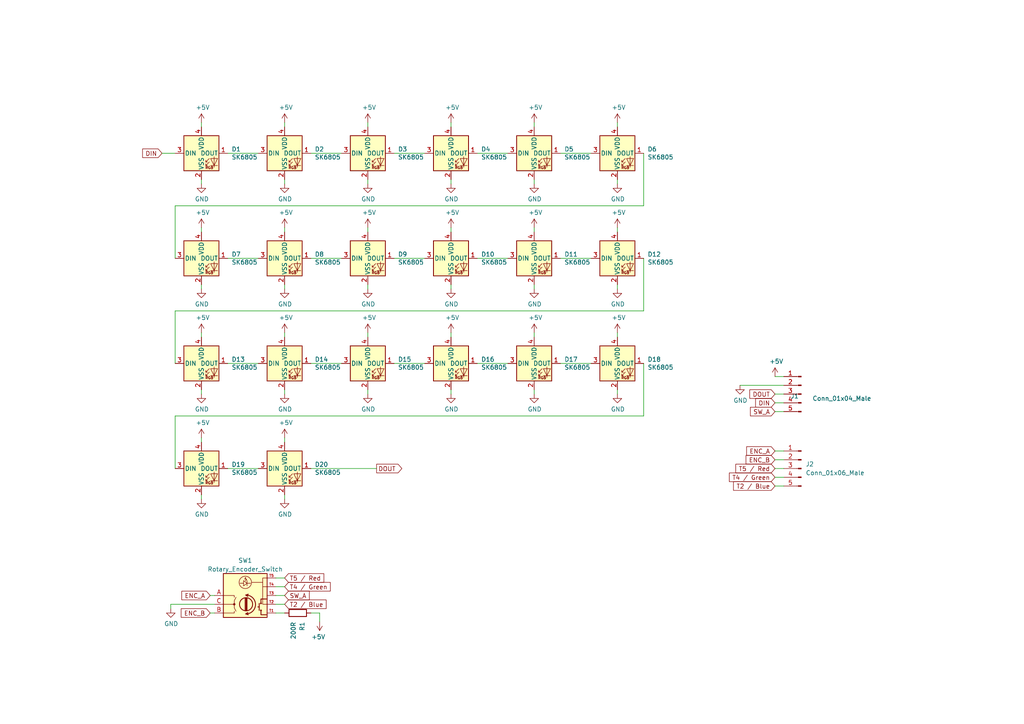
<source format=kicad_sch>
(kicad_sch (version 20211123) (generator eeschema)
  (paper "A4")
  (lib_symbols
    (symbol "Connector:Conn_01x05_Male" (pin_names (offset 1.016) hide)
      (property "Reference" "J" (at 0 7.62 0))
      (property "Value" "Conn_01x05_Male" (at 0 -7.62 0))
      (symbol "Conn_01x05_Male_1_1"
        (polyline (pts (xy 1.27 -5.08) (xy 0.8636 -5.08)) (stroke (width 0.1524)))
        (polyline (pts (xy 1.27 -2.54) (xy 0.8636 -2.54)) (stroke (width 0.1524)))
        (polyline (pts (xy 1.27 0) (xy 0.8636 0)) (stroke (width 0.1524)))
        (polyline (pts (xy 1.27 2.54) (xy 0.8636 2.54)) (stroke (width 0.1524)))
        (polyline (pts (xy 1.27 5.08) (xy 0.8636 5.08)) (stroke (width 0.1524)))
        (rectangle (start 0.8636 -4.953) (end 0 -5.207) (stroke (width 0.1524)) (fill (type outline)))
        (rectangle (start 0.8636 -2.413) (end 0 -2.667) (stroke (width 0.1524)) (fill (type outline)))
        (rectangle (start 0.8636 0.127) (end 0 -0.127) (stroke (width 0.1524)) (fill (type outline)))
        (rectangle (start 0.8636 2.667) (end 0 2.413) (stroke (width 0.1524)) (fill (type outline)))
        (rectangle (start 0.8636 5.207) (end 0 4.953) (stroke (width 0.1524)) (fill (type outline)))
        (pin passive line (at 5.08 5.08 180) (length 3.81) (name "Pin_1") (number "1"))
        (pin passive line (at 5.08 2.54 180) (length 3.81) (name "Pin_2") (number "2"))
        (pin passive line (at 5.08 0 180) (length 3.81) (name "Pin_3") (number "3"))
        (pin passive line (at 5.08 -2.54 180) (length 3.81) (name "Pin_4") (number "4"))
        (pin passive line (at 5.08 -5.08 180) (length 3.81) (name "Pin_5") (number "5"))
      )
    )
    (symbol "Device:R" (pin_numbers hide) (pin_names (offset 0))
      (property "Reference" "R" (at 2.032 0 90))
      (property "Value" "R" (at 0 0 90))
      (symbol "R_0_1"
        (rectangle (start -1.016 -2.54) (end 1.016 2.54) (stroke (width 0.254)))
      )
      (symbol "R_1_1"
        (pin passive line (at 0 3.81 270) (length 1.27) (name "~") (number "1"))
        (pin passive line (at 0 -3.81 90) (length 1.27) (name "~") (number "2"))
      )
    )
    (symbol "LED:SK6805" (pin_names (offset 0.254))
      (property "Reference" "D" (at 5.08 5.715 0))
      (property "Value" "SK6805" (at 1.27 -5.715 0))
      (symbol "SK6805_0_0"
        (text "RGB" (at 2.286 -4.191 0) (effects (font (size 0.762 0.762))))
      )
      (symbol "SK6805_0_1"
        (polyline (pts (xy 1.27 -3.556) (xy 1.778 -3.556)))
        (polyline (pts (xy 1.27 -2.54) (xy 1.778 -2.54)))
        (polyline (pts (xy 4.699 -3.556) (xy 2.667 -3.556)))
        (polyline (pts (xy 2.286 -2.54) (xy 1.27 -3.556) (xy 1.27 -3.048)))
        (polyline (pts (xy 2.286 -1.524) (xy 1.27 -2.54) (xy 1.27 -2.032)))
        (polyline (pts (xy 3.683 -1.016) (xy 3.683 -3.556) (xy 3.683 -4.064)))
        (polyline (pts (xy 4.699 -1.524) (xy 2.667 -1.524) (xy 3.683 -3.556) (xy 4.699 -1.524)))
        (rectangle (start 5.08 5.08) (end -5.08 -5.08) (stroke (width 0.254)) (fill (type background)))
      )
      (symbol "SK6805_1_1"
        (pin output line (at 7.62 0 180) (length 2.54) (name "DOUT") (number "1"))
        (pin power_in line (at 0 -7.62 90) (length 2.54) (name "VSS") (number "2"))
        (pin input line (at -7.62 0 0) (length 2.54) (name "DIN") (number "3"))
        (pin power_in line (at 0 7.62 270) (length 2.54) (name "VDD") (number "4"))
      )
    )
    (symbol "Rotary_Encoder:RotaryEncoder_Switch_LED" (pin_names (offset 0.254) hide)
      (property "Reference" "SW" (at 0 10.16 0))
      (property "Value" "RotaryEncoder_Switch_LED" (at 1.27 -6.604 0))
      (symbol "RotaryEncoder_Switch_LED_0_1"
        (rectangle (start -6.35 7.62) (end 6.35 -5.08) (stroke (width 0.254)) (fill (type background)))
        (circle (center -3.175 -1.27) (radius 0.254) (fill (type outline)))
        (polyline (pts (xy -0.4826 4.826) (xy -1.4986 4.826)))
        (polyline (pts (xy 0 -3.048) (xy 0 0.508)) (stroke (width 0.254)))
        (polyline (pts (xy 0.254 -3.048) (xy 0.254 0.508)) (stroke (width 0.254)))
        (polyline (pts (xy 0.508 0.508) (xy 0.508 -3.048)) (stroke (width 0.254)))
        (polyline (pts (xy 0.5334 4.826) (xy 1.5494 4.826)))
        (polyline (pts (xy 0.5334 5.588) (xy 0.5334 4.064)))
        (polyline (pts (xy 4.064 -2.032) (xy 3.683 -2.032)) (stroke (width 0.254)))
        (polyline (pts (xy 4.064 -1.016) (xy 4.064 -3.048)) (stroke (width 0.254)))
        (polyline (pts (xy 5.08 5.08) (xy 1.905 5.08)))
        (polyline (pts (xy -6.35 -3.81) (xy -3.175 -3.81) (xy -3.175 -3.302)))
        (polyline (pts (xy -6.35 1.27) (xy -3.175 1.27) (xy -3.175 0.762)))
        (polyline (pts (xy 0.889 -4.318) (xy 0.127 -4.064) (xy 0.762 -3.683)) (stroke (width 0.254)))
        (polyline (pts (xy 0.889 1.651) (xy 0.127 1.397) (xy 0.762 1.016)) (stroke (width 0.254)))
        (polyline (pts (xy 6.35 -4.318) (xy 4.572 -4.318) (xy 4.572 -3.048)) (stroke (width 0.254)))
        (polyline (pts (xy 6.35 0.254) (xy 4.572 0.254) (xy 4.572 -1.016)) (stroke (width 0.254)))
        (polyline (pts (xy -6.35 -1.27) (xy -3.175 -1.27) (xy -3.175 -2.286) (xy -2.667 -3.302)))
        (polyline (pts (xy -3.683 -1.27) (xy -3.175 -1.27) (xy -3.175 -0.254) (xy -2.667 0.762)))
        (polyline (pts (xy -0.4826 5.588) (xy -0.4826 4.064) (xy 0.5334 4.826) (xy -0.4826 5.588) (xy -0.4826 4.064)))
        (polyline (pts (xy -0.1778 5.9944) (xy 0.1778 6.4516) (xy -0.0762 6.4008) (xy 0.1778 6.4516) (xy 0.1778 6.1976)))
        (polyline (pts (xy 0.0254 5.5372) (xy 0.381 5.9944) (xy 0.127 5.9436) (xy 0.381 5.9944) (xy 0.381 5.7404)))
        (polyline (pts (xy 6.35 6.35) (xy 5.08 6.35) (xy 5.08 3.81) (xy 6.35 3.81) (xy 5.08 3.81) (xy 5.08 -1.27) (xy 6.35 -1.27) (xy 5.08 -1.27) (xy 5.08 5.08)))
        (circle (center 0.0254 5.08) (radius 1.7961))
        (arc (start 0.254 -4.064) (mid 2.9972 -1.3335) (end 0.254 1.397) (stroke (width 0.254)))
        (circle (center 0.254 -1.27) (radius 1.905) (stroke (width 0.254)))
        (circle (center 4.572 -3.048) (radius 0.127) (stroke (width 0.254)))
        (circle (center 4.572 -1.016) (radius 0.127) (stroke (width 0.254)))
      )
      (symbol "RotaryEncoder_Switch_LED_1_1"
        (pin passive line (at -8.89 1.27 0) (length 2.54) (name "A") (number "A"))
        (pin passive line (at -8.89 -3.81 0) (length 2.54) (name "B") (number "B"))
        (pin passive line (at -8.89 -1.27 0) (length 2.54) (name "C") (number "C"))
        (pin power_in line (at 8.89 -3.81 180) (length 2.54) (name "T1/COM") (number "T1"))
        (pin passive line (at 8.89 -1.27 180) (length 2.54) (name "T2") (number "T2"))
        (pin passive line (at 8.89 1.27 180) (length 2.54) (name "T3/SW") (number "T3"))
        (pin passive line (at 8.89 3.81 180) (length 2.54) (name "T4") (number "T4"))
        (pin passive line (at 8.89 6.35 180) (length 2.54) (name "T5") (number "T5"))
      )
    )
    (symbol "power:+5V" (power) (pin_names (offset 0))
      (property "Value" "+5V" (at 0 3.556 0))
      (symbol "+5V_0_1"
        (polyline (pts (xy -0.762 1.27) (xy 0 2.54)))
        (polyline (pts (xy 0 0) (xy 0 2.54)))
        (polyline (pts (xy 0 2.54) (xy 0.762 1.27)))
      )
      (symbol "+5V_1_1"
        (pin power_in line (at 0 0 90) (length 0) hide (name "+5V") (number "1"))
      )
    )
    (symbol "power:GND" (power) (pin_names (offset 0))
      (property "Value" "GND" (at 0 -3.81 0))
      (symbol "GND_0_1"
        (polyline (pts (xy 0 0) (xy 0 -1.27) (xy 1.27 -1.27) (xy 0 -2.54) (xy -1.27 -1.27) (xy 0 -1.27)))
      )
      (symbol "GND_1_1"
        (pin power_in line (at 0 0 270) (length 0) hide (name "GND") (number "1"))
      )
    )
  )
  (wire (pts (xy 99.06 105.41) (xy 90.17 105.41)))
  (wire (pts (xy 186.69 90.17) (xy 50.8 90.17)))
  (wire (pts (xy 58.42 113.03) (xy 58.42 114.3)))
  (wire (pts (xy 82.55 143.51) (xy 82.55 144.78)))
  (wire (pts (xy 106.68 52.07) (xy 106.68 53.34)))
  (wire (pts (xy 186.69 44.45) (xy 186.69 59.69)))
  (wire (pts (xy 50.8 59.69) (xy 50.8 74.93)))
  (wire (pts (xy 58.42 127) (xy 58.42 128.27)))
  (wire (pts (xy 130.81 82.55) (xy 130.81 83.82)))
  (wire (pts (xy 80.01 170.18) (xy 82.55 170.18)))
  (wire (pts (xy 227.33 119.38) (xy 224.79 119.38)))
  (wire (pts (xy 106.68 35.56) (xy 106.68 36.83)))
  (wire (pts (xy 154.94 113.03) (xy 154.94 114.3)))
  (wire (pts (xy 106.68 82.55) (xy 106.68 83.82)))
  (wire (pts (xy 224.79 140.97) (xy 227.33 140.97)))
  (wire (pts (xy 147.32 105.41) (xy 138.43 105.41)))
  (wire (pts (xy 186.69 105.41) (xy 186.69 120.65)))
  (wire (pts (xy 82.55 35.56) (xy 82.55 36.83)))
  (wire (pts (xy 179.07 96.52) (xy 179.07 97.79)))
  (wire (pts (xy 74.93 74.93) (xy 66.04 74.93)))
  (wire (pts (xy 171.45 74.93) (xy 162.56 74.93)))
  (wire (pts (xy 92.71 177.8) (xy 92.71 180.34)))
  (wire (pts (xy 214.63 111.76) (xy 227.33 111.76)))
  (wire (pts (xy 154.94 66.04) (xy 154.94 67.31)))
  (wire (pts (xy 130.81 66.04) (xy 130.81 67.31)))
  (wire (pts (xy 82.55 66.04) (xy 82.55 67.31)))
  (wire (pts (xy 58.42 143.51) (xy 58.42 144.78)))
  (wire (pts (xy 80.01 177.8) (xy 82.55 177.8)))
  (wire (pts (xy 224.79 114.3) (xy 227.33 114.3)))
  (wire (pts (xy 106.68 96.52) (xy 106.68 97.79)))
  (wire (pts (xy 99.06 74.93) (xy 90.17 74.93)))
  (wire (pts (xy 58.42 82.55) (xy 58.42 83.82)))
  (wire (pts (xy 186.69 74.93) (xy 186.69 90.17)))
  (wire (pts (xy 90.17 177.8) (xy 92.71 177.8)))
  (wire (pts (xy 179.07 35.56) (xy 179.07 36.83)))
  (wire (pts (xy 130.81 52.07) (xy 130.81 53.34)))
  (wire (pts (xy 82.55 52.07) (xy 82.55 53.34)))
  (wire (pts (xy 171.45 44.45) (xy 162.56 44.45)))
  (wire (pts (xy 154.94 96.52) (xy 154.94 97.79)))
  (wire (pts (xy 179.07 113.03) (xy 179.07 114.3)))
  (wire (pts (xy 58.42 66.04) (xy 58.42 67.31)))
  (wire (pts (xy 99.06 44.45) (xy 90.17 44.45)))
  (wire (pts (xy 179.07 52.07) (xy 179.07 53.34)))
  (wire (pts (xy 50.8 120.65) (xy 50.8 135.89)))
  (wire (pts (xy 74.93 105.41) (xy 66.04 105.41)))
  (wire (pts (xy 58.42 35.56) (xy 58.42 36.83)))
  (wire (pts (xy 49.53 175.26) (xy 62.23 175.26)))
  (wire (pts (xy 60.96 172.72) (xy 62.23 172.72)))
  (wire (pts (xy 82.55 113.03) (xy 82.55 114.3)))
  (wire (pts (xy 49.53 176.53) (xy 49.53 175.26)))
  (wire (pts (xy 106.68 66.04) (xy 106.68 67.31)))
  (wire (pts (xy 130.81 35.56) (xy 130.81 36.83)))
  (wire (pts (xy 224.79 109.22) (xy 227.33 109.22)))
  (wire (pts (xy 82.55 127) (xy 82.55 128.27)))
  (wire (pts (xy 50.8 90.17) (xy 50.8 105.41)))
  (wire (pts (xy 58.42 52.07) (xy 58.42 53.34)))
  (wire (pts (xy 60.96 177.8) (xy 62.23 177.8)))
  (wire (pts (xy 130.81 96.52) (xy 130.81 97.79)))
  (wire (pts (xy 74.93 135.89) (xy 66.04 135.89)))
  (wire (pts (xy 224.79 130.81) (xy 227.33 130.81)))
  (wire (pts (xy 90.17 135.89) (xy 109.22 135.89)))
  (wire (pts (xy 106.68 113.03) (xy 106.68 114.3)))
  (wire (pts (xy 147.32 74.93) (xy 138.43 74.93)))
  (wire (pts (xy 123.19 74.93) (xy 114.3 74.93)))
  (wire (pts (xy 58.42 96.52) (xy 58.42 97.79)))
  (wire (pts (xy 154.94 82.55) (xy 154.94 83.82)))
  (wire (pts (xy 224.79 135.89) (xy 227.33 135.89)))
  (wire (pts (xy 82.55 82.55) (xy 82.55 83.82)))
  (wire (pts (xy 123.19 44.45) (xy 114.3 44.45)))
  (wire (pts (xy 80.01 172.72) (xy 82.55 172.72)))
  (wire (pts (xy 147.32 44.45) (xy 138.43 44.45)))
  (wire (pts (xy 46.99 44.45) (xy 50.8 44.45)))
  (wire (pts (xy 179.07 82.55) (xy 179.07 83.82)))
  (wire (pts (xy 186.69 59.69) (xy 50.8 59.69)))
  (wire (pts (xy 80.01 167.64) (xy 82.55 167.64)))
  (wire (pts (xy 186.69 120.65) (xy 50.8 120.65)))
  (wire (pts (xy 224.79 116.84) (xy 227.33 116.84)))
  (wire (pts (xy 154.94 35.56) (xy 154.94 36.83)))
  (wire (pts (xy 224.79 138.43) (xy 227.33 138.43)))
  (wire (pts (xy 179.07 66.04) (xy 179.07 67.31)))
  (wire (pts (xy 74.93 44.45) (xy 66.04 44.45)))
  (wire (pts (xy 154.94 52.07) (xy 154.94 53.34)))
  (wire (pts (xy 130.81 113.03) (xy 130.81 114.3)))
  (wire (pts (xy 82.55 96.52) (xy 82.55 97.79)))
  (wire (pts (xy 80.01 175.26) (xy 82.55 175.26)))
  (wire (pts (xy 171.45 105.41) (xy 162.56 105.41)))
  (wire (pts (xy 123.19 105.41) (xy 114.3 105.41)))
  (wire (pts (xy 224.79 133.35) (xy 227.33 133.35)))
  (global_label "DIN" (shape input) (at 46.99 44.45 180) (property "Intersheet References" "${INTERSHEET_REFS}" (effects hide)))
  (global_label "DOUT" (shape output) (at 109.22 135.89 0) (property "Intersheet References" "${INTERSHEET_REFS}" (effects hide)))
  (global_label "T2 {slash} Blue" (shape input) (at 224.79 140.97 180) (property "Intersheet References" "${INTERSHEET_REFS}" (effects hide)))
  (global_label "T4 {slash} Green" (shape input) (at 82.55 170.18 0) (property "Intersheet References" "${INTERSHEET_REFS}" (effects hide)))
  (global_label "SW_A" (shape input) (at 82.55 172.72 0) (property "Intersheet References" "${INTERSHEET_REFS}" (effects hide)))
  (global_label "ENC_A" (shape input) (at 60.96 172.72 180) (property "Intersheet References" "${INTERSHEET_REFS}" (effects hide)))
  (global_label "T5 {slash} Red" (shape input) (at 82.55 167.64 0) (property "Intersheet References" "${INTERSHEET_REFS}" (effects hide)))
  (global_label "ENC_B" (shape input) (at 224.79 133.35 180) (property "Intersheet References" "${INTERSHEET_REFS}" (effects hide)))
  (global_label "T4 {slash} Green" (shape input) (at 224.79 138.43 180) (property "Intersheet References" "${INTERSHEET_REFS}" (effects hide)))
  (global_label "T2 {slash} Blue" (shape input) (at 82.55 175.26 0) (property "Intersheet References" "${INTERSHEET_REFS}" (effects hide)))
  (global_label "DIN" (shape input) (at 224.79 116.84 180) (property "Intersheet References" "${INTERSHEET_REFS}" (effects hide)))
  (global_label "ENC_A" (shape input) (at 224.79 130.81 180) (property "Intersheet References" "${INTERSHEET_REFS}" (effects hide)))
  (global_label "ENC_B" (shape input) (at 60.96 177.8 180) (property "Intersheet References" "${INTERSHEET_REFS}" (effects hide)))
  (global_label "T5 {slash} Red" (shape input) (at 224.79 135.89 180) (property "Intersheet References" "${INTERSHEET_REFS}" (effects hide)))
  (global_label "DOUT" (shape input) (at 224.79 114.3 180) (property "Intersheet References" "${INTERSHEET_REFS}" (effects hide)))
  (global_label "SW_A" (shape input) (at 224.79 119.38 180) (property "Intersheet References" "${INTERSHEET_REFS}" (effects hide)))
  (symbol (lib_id "Rotary_Encoder:RotaryEncoder_Switch_LED") (at 71.12 173.99 0) (unit 1)
    (property "Reference" "SW1" (at 71.12 162.56 0))
    (property "Value" "Rotary_Encoder_Switch" (at 71.12 165.1 0))
    (property "Footprint" "Andys-Footprints:LED_RotaryEncoder_Alps_EC12E-Switch_Vertical_H20mm" (effects hide))
  )
  (symbol (lib_id "LED:SK6805") (at 58.42 44.45 0) (unit 1)
    (property "Reference" "D1" (at 67.1576 43.2816 0) (effects (justify left)))
    (property "Value" "SK6805" (at 67.1576 45.593 0) (effects (justify left)))
    (property "Footprint" "LED_SMD:LED_SK6805_PLCC4_2.4x2.7mm_P1.3mm" (effects hide))
    (property "Datasheet" "https://cdn-shop.adafruit.com/product-files/3484/3484_Datasheet.pdf" (effects hide))
  )
  (symbol (lib_id "LED:SK6805") (at 82.55 44.45 0) (unit 1)
    (property "Reference" "D2" (at 91.2876 43.2816 0) (effects (justify left)))
    (property "Value" "SK6805" (at 91.2876 45.593 0) (effects (justify left)))
    (property "Footprint" "LED_SMD:LED_SK6805_PLCC4_2.4x2.7mm_P1.3mm" (effects hide))
    (property "Datasheet" "https://cdn-shop.adafruit.com/product-files/3484/3484_Datasheet.pdf" (effects hide))
  )
  (symbol (lib_id "LED:SK6805") (at 106.68 44.45 0) (unit 1)
    (property "Reference" "D3" (at 115.4176 43.2816 0) (effects (justify left)))
    (property "Value" "SK6805" (at 115.4176 45.593 0) (effects (justify left)))
    (property "Footprint" "LED_SMD:LED_SK6805_PLCC4_2.4x2.7mm_P1.3mm" (effects hide))
    (property "Datasheet" "https://cdn-shop.adafruit.com/product-files/3484/3484_Datasheet.pdf" (effects hide))
  )
  (symbol (lib_id "LED:SK6805") (at 130.81 44.45 0) (unit 1)
    (property "Reference" "D4" (at 139.5476 43.2816 0) (effects (justify left)))
    (property "Value" "SK6805" (at 139.5476 45.593 0) (effects (justify left)))
    (property "Footprint" "LED_SMD:LED_SK6805_PLCC4_2.4x2.7mm_P1.3mm" (effects hide))
    (property "Datasheet" "https://cdn-shop.adafruit.com/product-files/3484/3484_Datasheet.pdf" (effects hide))
  )
  (symbol (lib_id "LED:SK6805") (at 154.94 44.45 0) (unit 1)
    (property "Reference" "D5" (at 163.6776 43.2816 0) (effects (justify left)))
    (property "Value" "SK6805" (at 163.6776 45.593 0) (effects (justify left)))
    (property "Footprint" "LED_SMD:LED_SK6805_PLCC4_2.4x2.7mm_P1.3mm" (effects hide))
    (property "Datasheet" "https://cdn-shop.adafruit.com/product-files/3484/3484_Datasheet.pdf" (effects hide))
  )
  (symbol (lib_id "LED:SK6805") (at 179.07 44.45 0) (unit 1)
    (property "Reference" "D6" (at 187.8076 43.2816 0) (effects (justify left)))
    (property "Value" "SK6805" (at 187.8076 45.593 0) (effects (justify left)))
    (property "Footprint" "LED_SMD:LED_SK6805_PLCC4_2.4x2.7mm_P1.3mm" (effects hide))
    (property "Datasheet" "https://cdn-shop.adafruit.com/product-files/3484/3484_Datasheet.pdf" (effects hide))
  )
  (symbol (lib_id "power:GND") (at 58.42 53.34 0) (unit 1)
    (property "Reference" "#PWR07" (effects hide))
    (property "Value" "GND" (at 58.547 57.7342 0))
  )
  (symbol (lib_id "power:GND") (at 82.55 53.34 0) (unit 1)
    (property "Reference" "#PWR08" (effects hide))
    (property "Value" "GND" (at 82.677 57.7342 0))
  )
  (symbol (lib_id "power:GND") (at 106.68 53.34 0) (unit 1)
    (property "Reference" "#PWR09" (effects hide))
    (property "Value" "GND" (at 106.807 57.7342 0))
  )
  (symbol (lib_id "power:GND") (at 130.81 53.34 0) (unit 1)
    (property "Reference" "#PWR010" (effects hide))
    (property "Value" "GND" (at 130.937 57.7342 0))
  )
  (symbol (lib_id "power:GND") (at 154.94 53.34 0) (unit 1)
    (property "Reference" "#PWR011" (effects hide))
    (property "Value" "GND" (at 155.067 57.7342 0))
  )
  (symbol (lib_id "power:GND") (at 179.07 53.34 0) (unit 1)
    (property "Reference" "#PWR012" (effects hide))
    (property "Value" "GND" (at 179.197 57.7342 0))
  )
  (symbol (lib_id "power:+5V") (at 58.42 35.56 0) (unit 1)
    (property "Reference" "#PWR01" (effects hide))
    (property "Value" "+5V" (at 58.801 31.1658 0))
  )
  (symbol (lib_id "power:+5V") (at 82.55 35.56 0) (unit 1)
    (property "Reference" "#PWR02" (effects hide))
    (property "Value" "+5V" (at 82.931 31.1658 0))
  )
  (symbol (lib_id "power:+5V") (at 106.68 35.56 0) (unit 1)
    (property "Reference" "#PWR03" (effects hide))
    (property "Value" "+5V" (at 107.061 31.1658 0))
  )
  (symbol (lib_id "power:+5V") (at 130.81 35.56 0) (unit 1)
    (property "Reference" "#PWR04" (effects hide))
    (property "Value" "+5V" (at 131.191 31.1658 0))
  )
  (symbol (lib_id "power:+5V") (at 154.94 35.56 0) (unit 1)
    (property "Reference" "#PWR05" (effects hide))
    (property "Value" "+5V" (at 155.321 31.1658 0))
  )
  (symbol (lib_id "power:+5V") (at 179.07 35.56 0) (unit 1)
    (property "Reference" "#PWR06" (effects hide))
    (property "Value" "+5V" (at 179.451 31.1658 0))
  )
  (symbol (lib_id "LED:SK6805") (at 58.42 74.93 0) (unit 1)
    (property "Reference" "D7" (at 67.1576 73.7616 0) (effects (justify left)))
    (property "Value" "SK6805" (at 67.1576 76.073 0) (effects (justify left)))
    (property "Footprint" "LED_SMD:LED_SK6805_PLCC4_2.4x2.7mm_P1.3mm" (effects hide))
    (property "Datasheet" "https://cdn-shop.adafruit.com/product-files/3484/3484_Datasheet.pdf" (effects hide))
  )
  (symbol (lib_id "LED:SK6805") (at 82.55 74.93 0) (unit 1)
    (property "Reference" "D8" (at 91.2876 73.7616 0) (effects (justify left)))
    (property "Value" "SK6805" (at 91.2876 76.073 0) (effects (justify left)))
    (property "Footprint" "LED_SMD:LED_SK6805_PLCC4_2.4x2.7mm_P1.3mm" (effects hide))
    (property "Datasheet" "https://cdn-shop.adafruit.com/product-files/3484/3484_Datasheet.pdf" (effects hide))
  )
  (symbol (lib_id "LED:SK6805") (at 106.68 74.93 0) (unit 1)
    (property "Reference" "D9" (at 115.4176 73.7616 0) (effects (justify left)))
    (property "Value" "SK6805" (at 115.4176 76.073 0) (effects (justify left)))
    (property "Footprint" "LED_SMD:LED_SK6805_PLCC4_2.4x2.7mm_P1.3mm" (effects hide))
    (property "Datasheet" "https://cdn-shop.adafruit.com/product-files/3484/3484_Datasheet.pdf" (effects hide))
  )
  (symbol (lib_id "LED:SK6805") (at 130.81 74.93 0) (unit 1)
    (property "Reference" "D10" (at 139.5476 73.7616 0) (effects (justify left)))
    (property "Value" "SK6805" (at 139.5476 76.073 0) (effects (justify left)))
    (property "Footprint" "LED_SMD:LED_SK6805_PLCC4_2.4x2.7mm_P1.3mm" (effects hide))
    (property "Datasheet" "https://cdn-shop.adafruit.com/product-files/3484/3484_Datasheet.pdf" (effects hide))
  )
  (symbol (lib_id "LED:SK6805") (at 154.94 74.93 0) (unit 1)
    (property "Reference" "D11" (at 163.6776 73.7616 0) (effects (justify left)))
    (property "Value" "SK6805" (at 163.6776 76.073 0) (effects (justify left)))
    (property "Footprint" "LED_SMD:LED_SK6805_PLCC4_2.4x2.7mm_P1.3mm" (effects hide))
    (property "Datasheet" "https://cdn-shop.adafruit.com/product-files/3484/3484_Datasheet.pdf" (effects hide))
  )
  (symbol (lib_id "LED:SK6805") (at 179.07 74.93 0) (unit 1)
    (property "Reference" "D12" (at 187.8076 73.7616 0) (effects (justify left)))
    (property "Value" "SK6805" (at 187.8076 76.073 0) (effects (justify left)))
    (property "Footprint" "LED_SMD:LED_SK6805_PLCC4_2.4x2.7mm_P1.3mm" (effects hide))
    (property "Datasheet" "https://cdn-shop.adafruit.com/product-files/3484/3484_Datasheet.pdf" (effects hide))
  )
  (symbol (lib_id "power:GND") (at 58.42 83.82 0) (unit 1)
    (property "Reference" "#PWR019" (effects hide))
    (property "Value" "GND" (at 58.547 88.2142 0))
  )
  (symbol (lib_id "power:GND") (at 82.55 83.82 0) (unit 1)
    (property "Reference" "#PWR020" (effects hide))
    (property "Value" "GND" (at 82.677 88.2142 0))
  )
  (symbol (lib_id "power:GND") (at 106.68 83.82 0) (unit 1)
    (property "Reference" "#PWR021" (effects hide))
    (property "Value" "GND" (at 106.807 88.2142 0))
  )
  (symbol (lib_id "power:GND") (at 130.81 83.82 0) (unit 1)
    (property "Reference" "#PWR022" (effects hide))
    (property "Value" "GND" (at 130.937 88.2142 0))
  )
  (symbol (lib_id "power:GND") (at 154.94 83.82 0) (unit 1)
    (property "Reference" "#PWR023" (effects hide))
    (property "Value" "GND" (at 155.067 88.2142 0))
  )
  (symbol (lib_id "power:GND") (at 179.07 83.82 0) (unit 1)
    (property "Reference" "#PWR024" (effects hide))
    (property "Value" "GND" (at 179.197 88.2142 0))
  )
  (symbol (lib_id "power:+5V") (at 58.42 66.04 0) (unit 1)
    (property "Reference" "#PWR013" (effects hide))
    (property "Value" "+5V" (at 58.801 61.6458 0))
  )
  (symbol (lib_id "power:+5V") (at 82.55 66.04 0) (unit 1)
    (property "Reference" "#PWR014" (effects hide))
    (property "Value" "+5V" (at 82.931 61.6458 0))
  )
  (symbol (lib_id "power:+5V") (at 106.68 66.04 0) (unit 1)
    (property "Reference" "#PWR015" (effects hide))
    (property "Value" "+5V" (at 107.061 61.6458 0))
  )
  (symbol (lib_id "power:+5V") (at 130.81 66.04 0) (unit 1)
    (property "Reference" "#PWR016" (effects hide))
    (property "Value" "+5V" (at 131.191 61.6458 0))
  )
  (symbol (lib_id "power:+5V") (at 154.94 66.04 0) (unit 1)
    (property "Reference" "#PWR017" (effects hide))
    (property "Value" "+5V" (at 155.321 61.6458 0))
  )
  (symbol (lib_id "power:+5V") (at 179.07 66.04 0) (unit 1)
    (property "Reference" "#PWR018" (effects hide))
    (property "Value" "+5V" (at 179.451 61.6458 0))
  )
  (symbol (lib_id "LED:SK6805") (at 58.42 105.41 0) (unit 1)
    (property "Reference" "D13" (at 67.1576 104.2416 0) (effects (justify left)))
    (property "Value" "SK6805" (at 67.1576 106.553 0) (effects (justify left)))
    (property "Footprint" "LED_SMD:LED_SK6805_PLCC4_2.4x2.7mm_P1.3mm" (effects hide))
    (property "Datasheet" "https://cdn-shop.adafruit.com/product-files/3484/3484_Datasheet.pdf" (effects hide))
  )
  (symbol (lib_id "LED:SK6805") (at 82.55 105.41 0) (unit 1)
    (property "Reference" "D14" (at 91.2876 104.2416 0) (effects (justify left)))
    (property "Value" "SK6805" (at 91.2876 106.553 0) (effects (justify left)))
    (property "Footprint" "LED_SMD:LED_SK6805_PLCC4_2.4x2.7mm_P1.3mm" (effects hide))
    (property "Datasheet" "https://cdn-shop.adafruit.com/product-files/3484/3484_Datasheet.pdf" (effects hide))
  )
  (symbol (lib_id "LED:SK6805") (at 106.68 105.41 0) (unit 1)
    (property "Reference" "D15" (at 115.4176 104.2416 0) (effects (justify left)))
    (property "Value" "SK6805" (at 115.4176 106.553 0) (effects (justify left)))
    (property "Footprint" "LED_SMD:LED_SK6805_PLCC4_2.4x2.7mm_P1.3mm" (effects hide))
    (property "Datasheet" "https://cdn-shop.adafruit.com/product-files/3484/3484_Datasheet.pdf" (effects hide))
  )
  (symbol (lib_id "LED:SK6805") (at 130.81 105.41 0) (unit 1)
    (property "Reference" "D16" (at 139.5476 104.2416 0) (effects (justify left)))
    (property "Value" "SK6805" (at 139.5476 106.553 0) (effects (justify left)))
    (property "Footprint" "LED_SMD:LED_SK6805_PLCC4_2.4x2.7mm_P1.3mm" (effects hide))
    (property "Datasheet" "https://cdn-shop.adafruit.com/product-files/3484/3484_Datasheet.pdf" (effects hide))
  )
  (symbol (lib_id "LED:SK6805") (at 154.94 105.41 0) (unit 1)
    (property "Reference" "D17" (at 163.6776 104.2416 0) (effects (justify left)))
    (property "Value" "SK6805" (at 163.6776 106.553 0) (effects (justify left)))
    (property "Footprint" "LED_SMD:LED_SK6805_PLCC4_2.4x2.7mm_P1.3mm" (effects hide))
    (property "Datasheet" "https://cdn-shop.adafruit.com/product-files/3484/3484_Datasheet.pdf" (effects hide))
  )
  (symbol (lib_id "LED:SK6805") (at 179.07 105.41 0) (unit 1)
    (property "Reference" "D18" (at 187.8076 104.2416 0) (effects (justify left)))
    (property "Value" "SK6805" (at 187.8076 106.553 0) (effects (justify left)))
    (property "Footprint" "LED_SMD:LED_SK6805_PLCC4_2.4x2.7mm_P1.3mm" (effects hide))
    (property "Datasheet" "https://cdn-shop.adafruit.com/product-files/3484/3484_Datasheet.pdf" (effects hide))
  )
  (symbol (lib_id "power:GND") (at 58.42 114.3 0) (unit 1)
    (property "Reference" "#PWR031" (effects hide))
    (property "Value" "GND" (at 58.547 118.6942 0))
  )
  (symbol (lib_id "power:GND") (at 82.55 114.3 0) (unit 1)
    (property "Reference" "#PWR032" (effects hide))
    (property "Value" "GND" (at 82.677 118.6942 0))
  )
  (symbol (lib_id "power:GND") (at 106.68 114.3 0) (unit 1)
    (property "Reference" "#PWR033" (effects hide))
    (property "Value" "GND" (at 106.807 118.6942 0))
  )
  (symbol (lib_id "power:GND") (at 130.81 114.3 0) (unit 1)
    (property "Reference" "#PWR034" (effects hide))
    (property "Value" "GND" (at 130.937 118.6942 0))
  )
  (symbol (lib_id "power:GND") (at 154.94 114.3 0) (unit 1)
    (property "Reference" "#PWR035" (effects hide))
    (property "Value" "GND" (at 155.067 118.6942 0))
  )
  (symbol (lib_id "power:GND") (at 179.07 114.3 0) (unit 1)
    (property "Reference" "#PWR036" (effects hide))
    (property "Value" "GND" (at 179.197 118.6942 0))
  )
  (symbol (lib_id "power:+5V") (at 58.42 96.52 0) (unit 1)
    (property "Reference" "#PWR025" (effects hide))
    (property "Value" "+5V" (at 58.801 92.1258 0))
  )
  (symbol (lib_id "power:+5V") (at 82.55 96.52 0) (unit 1)
    (property "Reference" "#PWR026" (effects hide))
    (property "Value" "+5V" (at 82.931 92.1258 0))
  )
  (symbol (lib_id "power:+5V") (at 106.68 96.52 0) (unit 1)
    (property "Reference" "#PWR027" (effects hide))
    (property "Value" "+5V" (at 107.061 92.1258 0))
  )
  (symbol (lib_id "power:+5V") (at 130.81 96.52 0) (unit 1)
    (property "Reference" "#PWR028" (effects hide))
    (property "Value" "+5V" (at 131.191 92.1258 0))
  )
  (symbol (lib_id "power:+5V") (at 154.94 96.52 0) (unit 1)
    (property "Reference" "#PWR029" (effects hide))
    (property "Value" "+5V" (at 155.321 92.1258 0))
  )
  (symbol (lib_id "power:+5V") (at 179.07 96.52 0) (unit 1)
    (property "Reference" "#PWR030" (effects hide))
    (property "Value" "+5V" (at 179.451 92.1258 0))
  )
  (symbol (lib_id "LED:SK6805") (at 58.42 135.89 0) (unit 1)
    (property "Reference" "D19" (at 67.1576 134.7216 0) (effects (justify left)))
    (property "Value" "SK6805" (at 67.1576 137.033 0) (effects (justify left)))
    (property "Footprint" "LED_SMD:LED_SK6805_PLCC4_2.4x2.7mm_P1.3mm" (effects hide))
    (property "Datasheet" "https://cdn-shop.adafruit.com/product-files/3484/3484_Datasheet.pdf" (effects hide))
  )
  (symbol (lib_id "LED:SK6805") (at 82.55 135.89 0) (unit 1)
    (property "Reference" "D20" (at 91.2876 134.7216 0) (effects (justify left)))
    (property "Value" "SK6805" (at 91.2876 137.033 0) (effects (justify left)))
    (property "Footprint" "LED_SMD:LED_SK6805_PLCC4_2.4x2.7mm_P1.3mm" (effects hide))
    (property "Datasheet" "https://cdn-shop.adafruit.com/product-files/3484/3484_Datasheet.pdf" (effects hide))
  )
  (symbol (lib_id "power:GND") (at 58.42 144.78 0) (unit 1)
    (property "Reference" "#PWR043" (effects hide))
    (property "Value" "GND" (at 58.547 149.1742 0))
  )
  (symbol (lib_id "power:GND") (at 82.55 144.78 0) (unit 1)
    (property "Reference" "#PWR044" (effects hide))
    (property "Value" "GND" (at 82.677 149.1742 0))
  )
  (symbol (lib_id "power:+5V") (at 58.42 127 0) (unit 1)
    (property "Reference" "#PWR037" (effects hide))
    (property "Value" "+5V" (at 58.801 122.6058 0))
  )
  (symbol (lib_id "power:+5V") (at 82.55 127 0) (unit 1)
    (property "Reference" "#PWR038" (effects hide))
    (property "Value" "+5V" (at 82.931 122.6058 0))
  )
  (symbol (lib_id "power:GND") (at 49.53 176.53 0) (unit 1)
    (property "Reference" "#PWR051" (effects hide))
    (property "Value" "GND" (at 49.657 180.9242 0))
  )
  (symbol (lib_id "Connector:Conn_01x05_Male") (at 232.41 114.3 0) (mirror y) (unit 1)
    (property "Reference" "J1" (at 231.6988 114.9096 0) (effects (justify left)))
    (property "Value" "Conn_01x04_Male" (at 252.73 115.57 0) (effects (justify left)))
    (property "Footprint" "Connector_PinHeader_2.54mm:PinHeader_1x05_P2.54mm_Vertical_SMD_Pin1Right" (effects hide))
  )
  (symbol (lib_id "power:+5V") (at 224.79 109.22 0) (unit 1)
    (property "Reference" "#PWR049" (effects hide))
    (property "Value" "+5V" (at 225.171 104.8258 0))
  )
  (symbol (lib_id "power:GND") (at 214.63 111.76 0) (unit 1)
    (property "Reference" "#PWR050" (effects hide))
    (property "Value" "GND" (at 214.757 116.1542 0))
  )
  (symbol (lib_id "Device:R") (at 86.36 177.8 270) (unit 1)
    (property "Reference" "R1" (at 87.6301 180.34 0) (effects (justify left)))
    (property "Value" "200R" (at 85.0901 180.34 0) (effects (justify left)))
    (property "Footprint" "Resistor_SMD:R_0805_2012Metric" (effects hide))
  )
  (symbol (lib_id "power:+5V") (at 92.71 180.34 180) (unit 1)
    (property "Reference" "#PWR0101" (effects hide))
    (property "Value" "+5V" (at 92.329 184.7342 0))
  )
  (symbol (lib_id "Connector:Conn_01x05_Male") (at 232.41 135.89 0) (mirror y) (unit 1)
    (property "Reference" "J2" (at 233.68 134.6199 0) (effects (justify right)))
    (property "Value" "Conn_01x06_Male" (at 233.68 137.1599 0) (effects (justify right)))
    (property "Footprint" "Connector_PinHeader_2.54mm:PinHeader_1x05_P2.54mm_Vertical_SMD_Pin1Left" (effects hide))
  )
)
</source>
